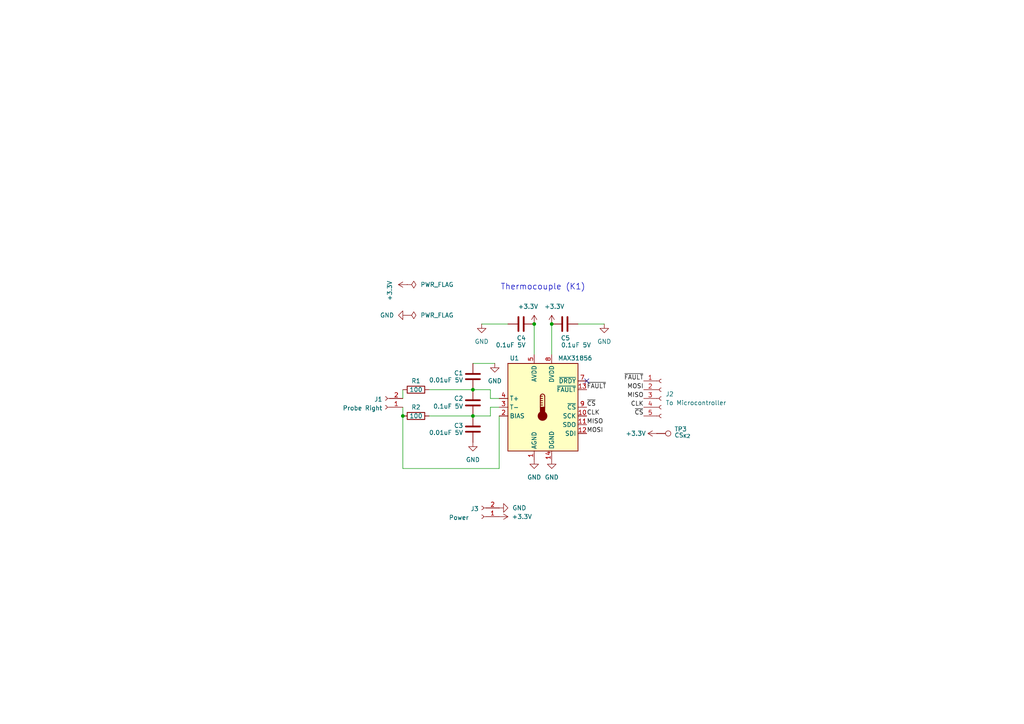
<source format=kicad_sch>
(kicad_sch (version 20231120) (generator "eeschema") (generator_version "8.0")
  (paper "A4")
  (lib_symbols
    (symbol "Connector:Conn_01x02_Socket" (pin_names (offset 1.016) hide)
      (property "Reference" "J" (at 0 2.54 0))
      (property "Value" "Conn_01x02_Socket" (at 0 -5.08 0))
      (symbol "Conn_01x02_Socket_1_1"
        (arc (start 0 -2.032) (mid -0.5058 -2.54) (end 0 -3.048) (stroke (width 0.1524)))
        (polyline (pts (xy -1.27 -2.54) (xy -0.508 -2.54)) (stroke (width 0.1524)))
        (polyline (pts (xy -1.27 0) (xy -0.508 0)) (stroke (width 0.1524)))
        (arc (start 0 0.508) (mid -0.5058 0) (end 0 -0.508) (stroke (width 0.1524)))
        (pin passive line (at -5.08 0 0) (length 3.81) (name "Pin_1") (number "1"))
        (pin passive line (at -5.08 -2.54 0) (length 3.81) (name "Pin_2") (number "2"))
      )
    )
    (symbol "Connector:Conn_01x05_Socket" (pin_names (offset 1.016) hide)
      (property "Reference" "J" (at 0 7.62 0))
      (property "Value" "Conn_01x05_Socket" (at 0 -7.62 0))
      (symbol "Conn_01x05_Socket_1_1"
        (arc (start 0 -4.572) (mid -0.5058 -5.08) (end 0 -5.588) (stroke (width 0.1524)))
        (arc (start 0 -2.032) (mid -0.5058 -2.54) (end 0 -3.048) (stroke (width 0.1524)))
        (polyline (pts (xy -1.27 -5.08) (xy -0.508 -5.08)) (stroke (width 0.1524)))
        (polyline (pts (xy -1.27 -2.54) (xy -0.508 -2.54)) (stroke (width 0.1524)))
        (polyline (pts (xy -1.27 0) (xy -0.508 0)) (stroke (width 0.1524)))
        (polyline (pts (xy -1.27 2.54) (xy -0.508 2.54)) (stroke (width 0.1524)))
        (polyline (pts (xy -1.27 5.08) (xy -0.508 5.08)) (stroke (width 0.1524)))
        (arc (start 0 0.508) (mid -0.5058 0) (end 0 -0.508) (stroke (width 0.1524)))
        (arc (start 0 3.048) (mid -0.5058 2.54) (end 0 2.032) (stroke (width 0.1524)))
        (arc (start 0 5.588) (mid -0.5058 5.08) (end 0 4.572) (stroke (width 0.1524)))
        (pin passive line (at -5.08 5.08 0) (length 3.81) (name "Pin_1") (number "1"))
        (pin passive line (at -5.08 2.54 0) (length 3.81) (name "Pin_2") (number "2"))
        (pin passive line (at -5.08 0 0) (length 3.81) (name "Pin_3") (number "3"))
        (pin passive line (at -5.08 -2.54 0) (length 3.81) (name "Pin_4") (number "4"))
        (pin passive line (at -5.08 -5.08 0) (length 3.81) (name "Pin_5") (number "5"))
      )
    )
    (symbol "Connector:TestPoint" (pin_numbers hide) (pin_names (offset 0.762) hide)
      (property "Reference" "TP" (at 0 6.858 0))
      (property "Value" "TestPoint" (at 0 5.08 0))
      (symbol "TestPoint_0_1"
        (circle (center 0 3.302) (radius 0.762))
      )
      (symbol "TestPoint_1_1"
        (pin passive line (at 0 0 90) (length 2.54) (name "1") (number "1"))
      )
    )
    (symbol "Device:C" (pin_numbers hide) (pin_names (offset 0.254))
      (property "Reference" "C" (at 0.635 2.54 0))
      (property "Value" "C" (at 0.635 -2.54 0))
      (symbol "C_0_1"
        (polyline (pts (xy -2.032 -0.762) (xy 2.032 -0.762)) (stroke (width 0.508)))
        (polyline (pts (xy -2.032 0.762) (xy 2.032 0.762)) (stroke (width 0.508)))
      )
      (symbol "C_1_1"
        (pin passive line (at 0 3.81 270) (length 2.794) (name "~") (number "1"))
        (pin passive line (at 0 -3.81 90) (length 2.794) (name "~") (number "2"))
      )
    )
    (symbol "Device:R" (pin_numbers hide) (pin_names (offset 0))
      (property "Reference" "R" (at 2.032 0 90))
      (property "Value" "R" (at 0 0 90))
      (symbol "R_0_1"
        (rectangle (start -1.016 -2.54) (end 1.016 2.54) (stroke (width 0.254)))
      )
      (symbol "R_1_1"
        (pin passive line (at 0 3.81 270) (length 1.27) (name "~") (number "1"))
        (pin passive line (at 0 -3.81 90) (length 1.27) (name "~") (number "2"))
      )
    )
    (symbol "Sensor_Temperature:MAX31856"
      (property "Reference" "U" (at -7.62 13.97 0))
      (property "Value" "MAX31856" (at 13.97 13.97 0))
      (symbol "MAX31856_0_1"
        (rectangle (start -10.16 12.7) (end 10.16 -12.7) (stroke (width 0.254)) (fill (type background)))
        (circle (center -0.127 -2.54) (radius 1.27) (stroke (width 0.254)) (fill (type outline)))
        (polyline (pts (xy -0.762 0.635) (xy -0.127 0.635)) (stroke (width 0.254)))
        (polyline (pts (xy -0.762 1.27) (xy -0.127 1.27)) (stroke (width 0.254)))
        (polyline (pts (xy -0.762 1.905) (xy -0.127 1.905)) (stroke (width 0.254)))
        (polyline (pts (xy -0.762 2.54) (xy -0.127 2.54)) (stroke (width 0.254)))
        (polyline (pts (xy -0.762 3.175) (xy -0.762 0)) (stroke (width 0.254)))
        (polyline (pts (xy -0.762 3.175) (xy -0.127 3.175)) (stroke (width 0.254)))
        (polyline (pts (xy 0.508 3.175) (xy 0.508 0)) (stroke (width 0.254)))
        (rectangle (start 0.508 -1.905) (end -0.762 0) (stroke (width 0.254)) (fill (type outline)))
        (arc (start 0.508 3.175) (mid -0.127 3.8073) (end -0.762 3.175) (stroke (width 0.254)))
      )
      (symbol "MAX31856_1_1"
        (pin power_in line (at -2.54 -15.24 90) (length 2.54) (name "AGND") (number "1"))
        (pin input line (at 12.7 -2.54 180) (length 2.54) (name "SCK") (number "10"))
        (pin output line (at 12.7 -5.08 180) (length 2.54) (name "SDO") (number "11"))
        (pin input line (at 12.7 -7.62 180) (length 2.54) (name "SDI") (number "12"))
        (pin output line (at 12.7 5.08 180) (length 2.54) (name "~{FAULT}") (number "13"))
        (pin power_in line (at 2.54 -15.24 90) (length 2.54) (name "DGND") (number "14"))
        (pin input line (at -12.7 -2.54 0) (length 2.54) (name "BIAS") (number "2"))
        (pin input line (at -12.7 0 0) (length 2.54) (name "T-") (number "3"))
        (pin input line (at -12.7 2.54 0) (length 2.54) (name "T+") (number "4"))
        (pin power_in line (at -2.54 15.24 270) (length 2.54) (name "AVDD") (number "5"))
        (pin no_connect line (at -10.16 -7.62 0) (length 2.54) hide (name "DNC") (number "6"))
        (pin output line (at 12.7 7.62 180) (length 2.54) (name "~{DRDY}") (number "7"))
        (pin power_in line (at 2.54 15.24 270) (length 2.54) (name "DVDD") (number "8"))
        (pin input line (at 12.7 0 180) (length 2.54) (name "~{CS}") (number "9"))
      )
    )
    (symbol "power:+3.3V" (power) (pin_numbers hide) (pin_names (offset 0) hide)
      (property "Value" "+3.3V" (at 0 3.556 0))
      (symbol "+3.3V_0_1"
        (polyline (pts (xy -0.762 1.27) (xy 0 2.54)))
        (polyline (pts (xy 0 0) (xy 0 2.54)))
        (polyline (pts (xy 0 2.54) (xy 0.762 1.27)))
      )
      (symbol "+3.3V_1_1"
        (pin power_in line (at 0 0 90) (length 0) (name "~") (number "1"))
      )
    )
    (symbol "power:GND" (power) (pin_numbers hide) (pin_names (offset 0) hide)
      (property "Value" "GND" (at 0 -3.81 0))
      (symbol "GND_0_1"
        (polyline (pts (xy 0 0) (xy 0 -1.27) (xy 1.27 -1.27) (xy 0 -2.54) (xy -1.27 -1.27) (xy 0 -1.27)))
      )
      (symbol "GND_1_1"
        (pin power_in line (at 0 0 270) (length 0) (name "~") (number "1"))
      )
    )
    (symbol "power:PWR_FLAG" (power) (pin_numbers hide) (pin_names (offset 0) hide)
      (property "Value" "PWR_FLAG" (at 0 3.81 0))
      (symbol "PWR_FLAG_0_0"
        (pin power_out line (at 0 0 90) (length 0) (name "~") (number "1"))
      )
      (symbol "PWR_FLAG_0_1"
        (polyline (pts (xy 0 0) (xy 0 1.27) (xy -1.016 1.905) (xy 0 2.54) (xy 1.016 1.905) (xy 0 1.27)))
      )
    )
  )
  (junction (at 154.94 93.98))
  (junction (at 116.84 120.65))
  (junction (at 137.16 120.65))
  (junction (at 160.02 93.98))
  (junction (at 137.16 113.03))
  (no_connect (at 170.18 110.49))
  (wire (pts (xy 139.7 93.98) (xy 147.32 93.98)))
  (wire (pts (xy 175.26 93.98) (xy 167.64 93.98)))
  (wire (pts (xy 116.84 120.65) (xy 116.84 135.89)))
  (wire (pts (xy 142.24 115.57) (xy 144.78 115.57)))
  (wire (pts (xy 124.46 120.65) (xy 137.16 120.65)))
  (wire (pts (xy 154.94 93.98) (xy 154.94 102.87)))
  (wire (pts (xy 142.24 118.11) (xy 142.24 120.65)))
  (wire (pts (xy 144.78 135.89) (xy 116.84 135.89)))
  (wire (pts (xy 124.46 113.03) (xy 137.16 113.03)))
  (wire (pts (xy 143.51 105.41) (xy 137.16 105.41)))
  (wire (pts (xy 160.02 93.98) (xy 160.02 102.87)))
  (wire (pts (xy 116.84 113.03) (xy 116.84 115.57)))
  (wire (pts (xy 116.84 118.11) (xy 116.84 120.65)))
  (wire (pts (xy 144.78 118.11) (xy 142.24 118.11)))
  (wire (pts (xy 142.24 115.57) (xy 142.24 113.03)))
  (wire (pts (xy 137.16 120.65) (xy 142.24 120.65)))
  (wire (pts (xy 137.16 113.03) (xy 142.24 113.03)))
  (wire (pts (xy 144.78 120.65) (xy 144.78 135.89)))
  (text "Thermocouple (K1)" (at 157.48 83.312 0) (effects (font (size 1.7 1.7))))
  (label "CLK" (at 186.69 118.11 180))
  (label "~{FAULT}" (at 186.69 110.49 180))
  (label "CLK" (at 170.18 120.65 0))
  (label "MISO" (at 170.18 123.19 0))
  (label "MISO" (at 186.69 115.57 180))
  (label "MOSI" (at 170.18 125.73 0))
  (label "~{FAULT}" (at 170.18 113.03 0))
  (label "~{CS}" (at 186.69 120.65 180))
  (label "MOSI" (at 186.69 113.03 180))
  (label "~{CS}" (at 170.18 118.11 0))
  (symbol (lib_id "Device:R") (at 120.65 120.65 90) (unit 1)
    (property "Reference" "R2" (at 120.65 118.11 90))
    (property "Value" "100" (at 120.65 120.65 90))
    (property "Footprint" "Resistor_SMD:R_0603_1608Metric_Pad0.98x0.95mm_HandSolder" (effects (hide yes)))
    (property "Datasheet" "https://www.lcsc.com/datasheet/lcsc_datasheet_2205131800_VO-SCR0603J100R_C3017758.pdf" (effects (hide yes)))
    (property "Description" "Resistor" (effects (hide yes)))
    (property "LCSC-Part" "C3017758" (effects (hide yes)))
  )
  (symbol (lib_id "power:GND") (at 144.78 147.32 90) (unit 1)
    (property "Reference" "#PWR012" (effects (hide yes)))
    (property "Value" "GND" (at 148.59 147.3199 90) (effects (justify right)))
    (property "Description" "Power symbol creates a global label with name \"GND\" , ground" (effects (hide yes)))
  )
  (symbol (lib_id "power:GND") (at 139.7 93.98 0) (unit 1)
    (property "Reference" "#PWR02" (effects (hide yes)))
    (property "Value" "GND" (at 139.7 99.06 0))
    (property "Description" "Power symbol creates a global label with name \"GND\" , ground" (effects (hide yes)))
  )
  (symbol (lib_id "power:PWR_FLAG") (at 118.11 82.55 270) (unit 1)
    (property "Reference" "#FLG01" (effects (hide yes)))
    (property "Value" "PWR_FLAG" (at 121.92 82.5499 90) (effects (justify left)))
    (property "Description" "Special symbol for telling ERC where power comes from" (effects (hide yes)))
  )
  (symbol (lib_id "power:+3.3V") (at 144.78 149.86 270) (unit 1)
    (property "Reference" "#PWR013" (effects (hide yes)))
    (property "Value" "+3.3V" (at 151.384 149.86 90))
    (property "Description" "Power symbol creates a global label with name \"+3.3V\"" (effects (hide yes)))
  )
  (symbol (lib_id "power:+3.3V") (at 118.11 82.55 90) (unit 1)
    (property "Reference" "#PWR010" (effects (hide yes)))
    (property "Value" "+3.3V" (at 113.03 84.328 0))
    (property "Description" "Power symbol creates a global label with name \"+3.3V\"" (effects (hide yes)))
  )
  (symbol (lib_id "power:GND") (at 118.11 91.44 270) (unit 1)
    (property "Reference" "#PWR011" (effects (hide yes)))
    (property "Value" "GND" (at 114.3 91.4399 90) (effects (justify right)))
    (property "Description" "Power symbol creates a global label with name \"GND\" , ground" (effects (hide yes)))
  )
  (symbol (lib_id "power:GND") (at 160.02 133.35 0) (unit 1)
    (property "Reference" "#PWR07" (effects (hide yes)))
    (property "Value" "GND" (at 160.02 138.43 0))
    (property "Description" "Power symbol creates a global label with name \"GND\" , ground" (effects (hide yes)))
  )
  (symbol (lib_id "power:GND") (at 137.16 128.27 0) (unit 1)
    (property "Reference" "#PWR01" (effects (hide yes)))
    (property "Value" "GND" (at 137.16 133.35 0))
    (property "Description" "Power symbol creates a global label with name \"GND\" , ground" (effects (hide yes)))
  )
  (symbol (lib_id "Connector:TestPoint") (at 190.5 125.73 270) (unit 1)
    (property "Reference" "TP3" (at 195.58 124.4599 90) (effects (justify left)))
    (property "Value" "CS_{K2}" (at 195.58 126.238 90) (effects (justify left)))
    (property "Footprint" "TestPoint:TestPoint_Pad_D2.5mm" (effects (hide yes)))
    (property "Description" "test point" (effects (hide yes)))
  )
  (symbol (lib_id "power:GND") (at 143.51 105.41 0) (unit 1)
    (property "Reference" "#PWR03" (effects (hide yes)))
    (property "Value" "GND" (at 143.51 110.49 0))
    (property "Description" "Power symbol creates a global label with name \"GND\" , ground" (effects (hide yes)))
  )
  (symbol (lib_id "Connector:Conn_01x02_Socket") (at 139.7 149.86 180) (unit 1)
    (property "Reference" "J3" (at 137.668 147.574 0))
    (property "Value" "Power" (at 133.096 150.114 0))
    (property "Footprint" "Connector_PinSocket_2.54mm:PinSocket_1x02_P2.54mm_Vertical" (effects (hide yes)))
    (property "Datasheet" "https://www.lcsc.com/datasheet/lcsc_datasheet_2209261730_DORABO-DBT50G-6-35-2P-BK-P-OGC_C5179471.pdf" (effects (hide yes)))
    (property "Description" "Generic connector, single row, 01x02, script generated" (effects (hide yes)))
    (property "LCSC-Part" "C5179471" (effects (hide yes)))
  )
  (symbol (lib_id "Device:C") (at 137.16 116.84 0) (mirror y) (unit 1)
    (property "Reference" "C2" (at 134.366 115.57 0) (effects (justify left)))
    (property "Value" "0.1uF 5V" (at 134.366 117.856 0) (effects (justify left)))
    (property "Footprint" "Capacitor_SMD:C_0603_1608Metric_Pad1.08x0.95mm_HandSolder" (effects (hide yes)))
    (property "Datasheet" "https://www.lcsc.com/datasheet/lcsc_datasheet_2208181800_FOJAN-FCC0603B104K500CT_C5137636.pdf" (effects (hide yes)))
    (property "Description" "Unpolarized capacitor" (effects (hide yes)))
    (property "LCSC-Part" "C5137636" (effects (hide yes)))
  )
  (symbol (lib_id "power:PWR_FLAG") (at 118.11 91.44 270) (unit 1)
    (property "Reference" "#FLG02" (effects (hide yes)))
    (property "Value" "PWR_FLAG" (at 121.92 91.4399 90) (effects (justify left)))
    (property "Description" "Special symbol for telling ERC where power comes from" (effects (hide yes)))
  )
  (symbol (lib_id "Sensor_Temperature:MAX31856") (at 157.48 118.11 0) (unit 1)
    (property "Reference" "U1" (at 147.828 103.886 0) (effects (justify left)))
    (property "Value" "MAX31856" (at 161.798 103.886 0) (effects (justify left)))
    (property "Footprint" "Package_SO:TSSOP-14_4.4x5mm_P0.65mm" (effects (hide yes)))
    (property "Datasheet" "https://datasheets.maximintegrated.com/en/ds/MAX31856.pdf" (effects (hide yes)))
    (property "Description" "Precision Thermocouple to Digital Converter with Linearization, TSSOP-14" (effects (hide yes)))
    (property "LCSC-Part" "C2653162" (effects (hide yes)))
  )
  (symbol (lib_id "power:GND") (at 175.26 93.98 0) (unit 1)
    (property "Reference" "#PWR08" (effects (hide yes)))
    (property "Value" "GND" (at 175.26 99.06 0))
    (property "Description" "Power symbol creates a global label with name \"GND\" , ground" (effects (hide yes)))
  )
  (symbol (lib_id "Device:C") (at 151.13 93.98 270) (mirror x) (unit 1)
    (property "Reference" "C4" (at 149.86 98.044 90) (effects (justify left)))
    (property "Value" "0.1uF 5V" (at 143.764 100.076 90) (effects (justify left)))
    (property "Footprint" "Capacitor_SMD:C_0603_1608Metric_Pad1.08x0.95mm_HandSolder" (effects (hide yes)))
    (property "Datasheet" "https://www.lcsc.com/datasheet/lcsc_datasheet_2208181800_FOJAN-FCC0603B104K500CT_C5137636.pdf" (effects (hide yes)))
    (property "Description" "Unpolarized capacitor" (effects (hide yes)))
    (property "LCSC-Part" "C5137636" (effects (hide yes)))
  )
  (symbol (lib_id "power:+3.3V") (at 190.5 125.73 90) (unit 1)
    (property "Reference" "#PWR09" (effects (hide yes)))
    (property "Value" "+3.3V" (at 184.404 125.73 90))
    (property "Description" "Power symbol creates a global label with name \"+3.3V\"" (effects (hide yes)))
  )
  (symbol (lib_id "Connector:Conn_01x05_Socket") (at 191.77 115.57 0) (unit 1)
    (property "Reference" "J2" (at 193.04 114.2999 0) (effects (justify left)))
    (property "Value" "To Microcontroller" (at 193.04 116.8399 0) (effects (justify left)))
    (property "Footprint" "Connector_PinSocket_2.54mm:PinSocket_1x05_P2.54mm_Vertical" (effects (hide yes)))
    (property "Description" "Generic connector, single row, 01x05, script generated" (effects (hide yes)))
  )
  (symbol (lib_id "Device:C") (at 137.16 109.22 180) (unit 1)
    (property "Reference" "C1" (at 134.366 108.204 0) (effects (justify left)))
    (property "Value" "0.01uF 5V" (at 134.366 110.236 0) (effects (justify left)))
    (property "Footprint" "Capacitor_SMD:C_0603_1608Metric_Pad1.08x0.95mm_HandSolder" (effects (hide yes)))
    (property "Datasheet" "https://www.lcsc.com/datasheet/lcsc_datasheet_2304140030_CCTC-TCC0603X7R103M500CT_C376807.pdf" (effects (hide yes)))
    (property "Description" "Unpolarized capacitor" (effects (hide yes)))
    (property "LCSC-Part" "C376807" (effects (hide yes)))
  )
  (symbol (lib_id "power:+3.3V") (at 154.94 93.98 0) (unit 1)
    (property "Reference" "#PWR04" (effects (hide yes)))
    (property "Value" "+3.3V" (at 153.162 88.9 0))
    (property "Description" "Power symbol creates a global label with name \"+3.3V\"" (effects (hide yes)))
  )
  (symbol (lib_id "Device:C") (at 137.16 124.46 0) (mirror y) (unit 1)
    (property "Reference" "C3" (at 134.366 123.444 0) (effects (justify left)))
    (property "Value" "0.01uF 5V" (at 134.366 125.476 0) (effects (justify left)))
    (property "Footprint" "Capacitor_SMD:C_0603_1608Metric_Pad1.08x0.95mm_HandSolder" (effects (hide yes)))
    (property "Datasheet" "https://www.lcsc.com/datasheet/lcsc_datasheet_2304140030_CCTC-TCC0603X7R103M500CT_C376807.pdf" (effects (hide yes)))
    (property "Description" "Unpolarized capacitor" (effects (hide yes)))
    (property "LCSC-Part" "C376807" (effects (hide yes)))
  )
  (symbol (lib_id "Connector:Conn_01x02_Socket") (at 111.76 118.11 180) (unit 1)
    (property "Reference" "J1" (at 109.728 115.824 0))
    (property "Value" "Probe Right" (at 105.156 118.364 0))
    (property "Footprint" "Connector_PinSocket_2.54mm:PinSocket_1x02_P2.54mm_Vertical" (effects (hide yes)))
    (property "Datasheet" "https://www.lcsc.com/datasheet/lcsc_datasheet_2209261730_DORABO-DBT50G-6-35-2P-BK-P-OGC_C5179471.pdf" (effects (hide yes)))
    (property "Description" "Generic connector, single row, 01x02, script generated" (effects (hide yes)))
    (property "LCSC-Part" "C5179471" (effects (hide yes)))
  )
  (symbol (lib_id "Device:C") (at 163.83 93.98 90) (unit 1)
    (property "Reference" "C5" (at 165.354 98.044 90) (effects (justify left)))
    (property "Value" "0.1uF 5V" (at 171.45 100.076 90) (effects (justify left)))
    (property "Footprint" "Capacitor_SMD:C_0603_1608Metric_Pad1.08x0.95mm_HandSolder" (effects (hide yes)))
    (property "Datasheet" "https://www.lcsc.com/datasheet/lcsc_datasheet_2208181800_FOJAN-FCC0603B104K500CT_C5137636.pdf" (effects (hide yes)))
    (property "Description" "Unpolarized capacitor" (effects (hide yes)))
    (property "LCSC-Part" "C5137636" (effects (hide yes)))
  )
  (symbol (lib_id "power:+3.3V") (at 160.02 93.98 0) (unit 1)
    (property "Reference" "#PWR06" (effects (hide yes)))
    (property "Value" "+3.3V" (at 160.782 88.9 0))
    (property "Description" "Power symbol creates a global label with name \"+3.3V\"" (effects (hide yes)))
  )
  (symbol (lib_id "Device:R") (at 120.65 113.03 90) (unit 1)
    (property "Reference" "R1" (at 120.65 110.49 90))
    (property "Value" "100" (at 120.65 113.03 90))
    (property "Footprint" "Resistor_SMD:R_0603_1608Metric_Pad0.98x0.95mm_HandSolder" (effects (hide yes)))
    (property "Datasheet" "https://www.lcsc.com/datasheet/lcsc_datasheet_2205131800_VO-SCR0603J100R_C3017758.pdf" (effects (hide yes)))
    (property "Description" "Resistor" (effects (hide yes)))
    (property "LCSC-Part" "C3017758" (effects (hide yes)))
  )
  (symbol (lib_id "power:GND") (at 154.94 133.35 0) (unit 1)
    (property "Reference" "#PWR05" (effects (hide yes)))
    (property "Value" "GND" (at 154.94 138.43 0))
    (property "Description" "Power symbol creates a global label with name \"GND\" , ground" (effects (hide yes)))
  )
)
</source>
